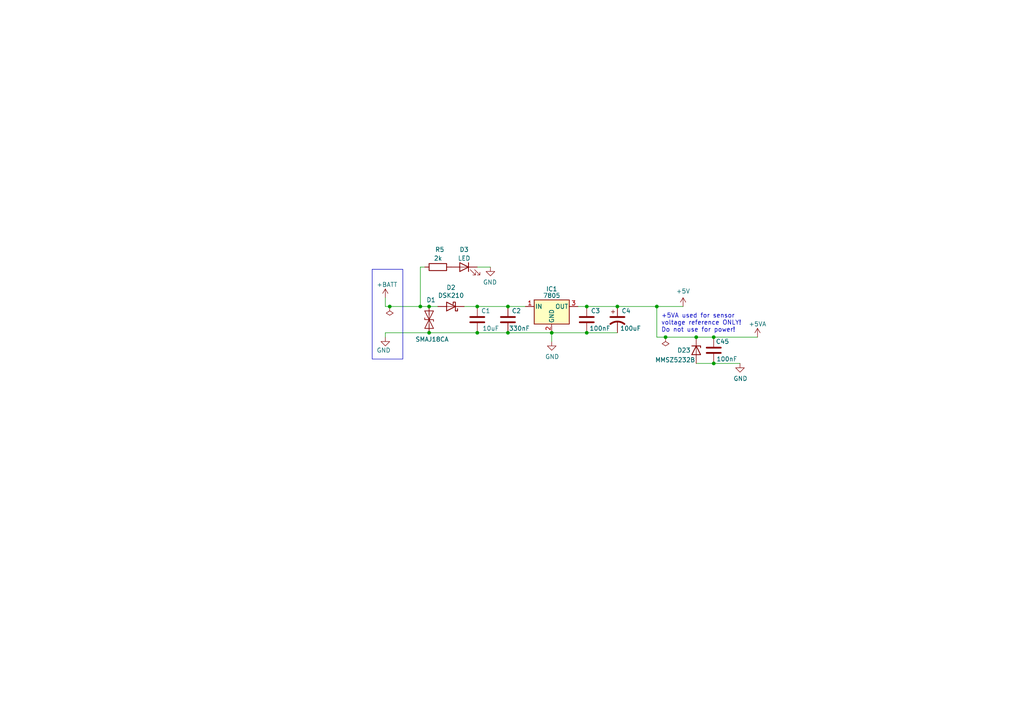
<source format=kicad_sch>
(kicad_sch (version 20250114) (generator "eeschema") (generator_version "9.0")
  (paper "A4")
  (title_block (title "Closed Deck X4") (date "2025-05-18") (rev "3") (company "OpenLogicEFI") (comment 1 "openlogicefi.com"))
  (lib_symbols
    (symbol "Device:C" (pin_numbers (hide yes)) (pin_names (offset 0.254))
      (property "Reference" "C" (at 0.635 2.54 0))
      (property "Value" "C" (at 0.635 -2.54 0))
      (symbol "C_0_1"
        (polyline (pts (xy -2.032 0.762) (xy 2.032 0.762)) (stroke (width 0.508)))
        (polyline (pts (xy -2.032 -0.762) (xy 2.032 -0.762)) (stroke (width 0.508)))
      )
      (symbol "C_1_1"
        (pin passive line (at 0 3.81 270) (length 2.794) (name "~") (number "1"))
        (pin passive line (at 0 -3.81 90) (length 2.794) (name "~") (number "2"))
      )
    )
    (symbol "Device:C_Polarized_US" (pin_numbers (hide yes)) (pin_names (offset 0.254) (hide yes))
      (property "Reference" "C" (at 0.635 2.54 0))
      (property "Value" "C_Polarized_US" (at 0.635 -2.54 0))
      (symbol "C_Polarized_US_0_1"
        (polyline (pts (xy -2.032 0.762) (xy 2.032 0.762)) (stroke (width 0.508)))
        (polyline (pts (xy -1.778 2.286) (xy -0.762 2.286)))
        (polyline (pts (xy -1.27 1.778) (xy -1.27 2.794)))
        (arc (start -2.032 -1.27) (mid 0 -0.5572) (end 2.032 -1.27) (stroke (width 0.508)))
      )
      (symbol "C_Polarized_US_1_1"
        (pin passive line (at 0 3.81 270) (length 2.794) (name "~") (number "1"))
        (pin passive line (at 0 -3.81 90) (length 3.302) (name "~") (number "2"))
      )
    )
    (symbol "Device:D_Schottky" (pin_numbers (hide yes)) (pin_names (offset 1.016) (hide yes))
      (property "Reference" "D" (at 0 2.54 0))
      (property "Value" "D_Schottky" (at 0 -2.54 0))
      (symbol "D_Schottky_0_1"
        (polyline (pts (xy -1.905 0.635) (xy -1.905 1.27) (xy -1.27 1.27) (xy -1.27 -1.27) (xy -0.635 -1.27) (xy -0.635 -0.635)) (stroke (width 0.254)))
        (polyline (pts (xy 1.27 1.27) (xy 1.27 -1.27) (xy -1.27 0) (xy 1.27 1.27)) (stroke (width 0.254)))
        (polyline (pts (xy 1.27 0) (xy -1.27 0)))
      )
      (symbol "D_Schottky_1_1"
        (pin passive line (at -3.81 0 0) (length 2.54) (name "K") (number "1"))
        (pin passive line (at 3.81 0 180) (length 2.54) (name "A") (number "2"))
      )
    )
    (symbol "Device:D_Zener" (pin_numbers (hide yes)) (pin_names (offset 1.016) (hide yes))
      (property "Reference" "D" (at 0 2.54 0))
      (property "Value" "D_Zener" (at 0 -2.54 0))
      (symbol "D_Zener_0_1"
        (polyline (pts (xy -1.27 -1.27) (xy -1.27 1.27) (xy -0.762 1.27)) (stroke (width 0.254)))
        (polyline (pts (xy 1.27 0) (xy -1.27 0)))
        (polyline (pts (xy 1.27 -1.27) (xy 1.27 1.27) (xy -1.27 0) (xy 1.27 -1.27)) (stroke (width 0.254)))
      )
      (symbol "D_Zener_1_1"
        (pin passive line (at -3.81 0 0) (length 2.54) (name "K") (number "1"))
        (pin passive line (at 3.81 0 180) (length 2.54) (name "A") (number "2"))
      )
    )
    (symbol "Device:LED" (pin_numbers (hide yes)) (pin_names (offset 1.016) (hide yes))
      (property "Reference" "D" (at 0 2.54 0))
      (property "Value" "LED" (at 0 -2.54 0))
      (symbol "LED_0_1"
        (polyline (pts (xy -3.048 -0.762) (xy -4.572 -2.286) (xy -3.81 -2.286) (xy -4.572 -2.286) (xy -4.572 -1.524)))
        (polyline (pts (xy -1.778 -0.762) (xy -3.302 -2.286) (xy -2.54 -2.286) (xy -3.302 -2.286) (xy -3.302 -1.524)))
        (polyline (pts (xy -1.27 0) (xy 1.27 0)))
        (polyline (pts (xy -1.27 -1.27) (xy -1.27 1.27)) (stroke (width 0.254)))
        (polyline (pts (xy 1.27 -1.27) (xy 1.27 1.27) (xy -1.27 0) (xy 1.27 -1.27)) (stroke (width 0.254)))
      )
      (symbol "LED_1_1"
        (pin passive line (at -3.81 0 0) (length 2.54) (name "K") (number "1"))
        (pin passive line (at 3.81 0 180) (length 2.54) (name "A") (number "2"))
      )
    )
    (symbol "Device:R" (pin_numbers (hide yes)) (pin_names (offset 0))
      (property "Reference" "R" (at 2.032 0 90))
      (property "Value" "R" (at 0 0 90))
      (symbol "R_0_1"
        (rectangle (start -1.016 -2.54) (end 1.016 2.54) (stroke (width 0.254)))
      )
      (symbol "R_1_1"
        (pin passive line (at 0 3.81 270) (length 1.27) (name "~") (number "1"))
        (pin passive line (at 0 -3.81 90) (length 1.27) (name "~") (number "2"))
      )
    )
    (symbol "Diode:SMAJ33CA" (pin_numbers (hide yes)) (pin_names (offset 1.016) (hide yes))
      (property "Reference" "D" (at 0 2.54 0))
      (property "Value" "SMAJ33CA" (at 0 -2.54 0))
      (symbol "SMAJ33CA_0_1"
        (polyline (pts (xy -2.54 -1.27) (xy 0 0) (xy -2.54 1.27) (xy -2.54 -1.27)) (stroke (width 0.2032)))
        (polyline (pts (xy 0.508 1.27) (xy 0 1.27) (xy 0 -1.27) (xy -0.508 -1.27)) (stroke (width 0.2032)))
        (polyline (pts (xy 1.27 0) (xy -1.27 0)))
        (polyline (pts (xy 2.54 1.27) (xy 2.54 -1.27) (xy 0 0) (xy 2.54 1.27)) (stroke (width 0.2032)))
      )
      (symbol "SMAJ33CA_1_1"
        (pin passive line (at -3.81 0 0) (length 2.54) (name "A1") (number "1"))
        (pin passive line (at 3.81 0 180) (length 2.54) (name "A2") (number "2"))
      )
    )
    (symbol "Regulator_Linear:L7805" (pin_names (offset 0.254))
      (property "Reference" "U" (at -3.81 3.175 0))
      (property "Value" "L7805" (at 0 3.175 0))
      (symbol "L7805_0_1"
        (rectangle (start -5.08 1.905) (end 5.08 -5.08) (stroke (width 0.254)) (fill (type background)))
      )
      (symbol "L7805_1_1"
        (pin power_in line (at -7.62 0 0) (length 2.54) (name "IN") (number "1"))
        (pin power_in line (at 0 -7.62 90) (length 2.54) (name "GND") (number "2"))
        (pin power_out line (at 7.62 0 180) (length 2.54) (name "OUT") (number "3"))
      )
    )
    (symbol "power:+5V" (power) (pin_names (offset 0))
      (property "Value" "+5V" (at 0 3.556 0))
      (symbol "+5V_0_1"
        (polyline (pts (xy -0.762 1.27) (xy 0 2.54)))
        (polyline (pts (xy 0 2.54) (xy 0.762 1.27)))
        (polyline (pts (xy 0 0) (xy 0 2.54)))
      )
      (symbol "+5V_1_1"
        (pin power_in line (at 0 0 90) (length 0) (hide yes) (name "+5V") (number "1"))
      )
    )
    (symbol "power:+5VA" (power) (pin_names (offset 0))
      (property "Value" "+5VA" (at 0 3.556 0))
      (symbol "+5VA_0_1"
        (polyline (pts (xy -0.762 1.27) (xy 0 2.54)))
        (polyline (pts (xy 0 2.54) (xy 0.762 1.27)))
        (polyline (pts (xy 0 0) (xy 0 2.54)))
      )
      (symbol "+5VA_1_1"
        (pin power_in line (at 0 0 90) (length 0) (hide yes) (name "+5VA") (number "1"))
      )
    )
    (symbol "power:+BATT" (power) (pin_names (offset 0))
      (property "Value" "+BATT" (at 0 3.556 0))
      (symbol "+BATT_0_1"
        (polyline (pts (xy -0.762 1.27) (xy 0 2.54)))
        (polyline (pts (xy 0 2.54) (xy 0.762 1.27)))
        (polyline (pts (xy 0 0) (xy 0 2.54)))
      )
      (symbol "+BATT_1_1"
        (pin power_in line (at 0 0 90) (length 0) (hide yes) (name "+BATT") (number "1"))
      )
    )
    (symbol "power:GND" (power) (pin_names (offset 0))
      (property "Value" "GND" (at 0 -3.81 0))
      (symbol "GND_0_1"
        (polyline (pts (xy 0 0) (xy 0 -1.27) (xy 1.27 -1.27) (xy 0 -2.54) (xy -1.27 -1.27) (xy 0 -1.27)))
      )
      (symbol "GND_1_1"
        (pin power_in line (at 0 0 270) (length 0) (hide yes) (name "GND") (number "1"))
      )
    )
    (symbol "power:PWR_FLAG" (power) (pin_numbers (hide yes)) (pin_names (offset 0) (hide yes))
      (property "Value" "PWR_FLAG" (at 0 3.81 0))
      (symbol "PWR_FLAG_0_0"
        (pin power_out line (at 0 0 90) (length 0) (name "pwr") (number "1"))
      )
      (symbol "PWR_FLAG_0_1"
        (polyline (pts (xy 0 0) (xy 0 1.27) (xy -1.016 1.905) (xy 0 2.54) (xy 1.016 1.905) (xy 0 1.27)))
      )
    )
  )
  (rectangle (start 107.95 78.105) (end 116.84 104.14))
  (text "+5VA used for sensor\nvoltage reference ONLY! \nDo not use for power!" (at 191.77 96.52 0) (effects (font (size 1.27 1.27)) (justify left bottom)))
  (junction (at 160.02 96.52))
  (junction (at 124.46 96.52))
  (junction (at 147.32 88.9))
  (junction (at 170.18 88.9))
  (junction (at 124.46 88.9))
  (junction (at 147.32 96.52))
  (junction (at 170.18 96.52))
  (junction (at 138.43 96.52))
  (junction (at 138.43 88.9))
  (junction (at 201.93 97.79))
  (junction (at 179.07 88.9))
  (junction (at 193.04 97.79))
  (junction (at 113.03 88.9))
  (junction (at 121.92 88.9))
  (junction (at 207.01 105.41))
  (junction (at 207.01 97.79))
  (junction (at 190.5 88.9))
  (wire (pts (xy 207.01 97.79) (xy 219.71 97.79)))
  (wire (pts (xy 138.43 88.9) (xy 147.32 88.9)))
  (wire (pts (xy 170.18 88.9) (xy 179.07 88.9)))
  (wire (pts (xy 142.24 77.47) (xy 138.43 77.47)))
  (wire (pts (xy 170.18 96.52) (xy 179.07 96.52)))
  (wire (pts (xy 190.5 88.9) (xy 190.5 97.79)))
  (wire (pts (xy 134.62 88.9) (xy 138.43 88.9)))
  (wire (pts (xy 121.92 77.47) (xy 121.92 88.9)))
  (wire (pts (xy 201.93 105.41) (xy 207.01 105.41)))
  (wire (pts (xy 111.76 86.36) (xy 111.76 88.9)))
  (wire (pts (xy 167.64 88.9) (xy 170.18 88.9)))
  (wire (pts (xy 138.43 96.52) (xy 147.32 96.52)))
  (wire (pts (xy 124.46 96.52) (xy 138.43 96.52)))
  (wire (pts (xy 111.76 88.9) (xy 113.03 88.9)))
  (wire (pts (xy 147.32 88.9) (xy 152.4 88.9)))
  (wire (pts (xy 193.04 97.79) (xy 190.5 97.79)))
  (wire (pts (xy 113.03 88.9) (xy 121.92 88.9)))
  (wire (pts (xy 160.02 96.52) (xy 170.18 96.52)))
  (wire (pts (xy 147.32 96.52) (xy 160.02 96.52)))
  (wire (pts (xy 111.76 96.52) (xy 124.46 96.52)))
  (wire (pts (xy 207.01 105.41) (xy 214.63 105.41)))
  (wire (pts (xy 193.04 97.79) (xy 201.93 97.79)))
  (wire (pts (xy 123.19 77.47) (xy 121.92 77.47)))
  (wire (pts (xy 201.93 97.79) (xy 207.01 97.79)))
  (wire (pts (xy 160.02 99.06) (xy 160.02 96.52)))
  (wire (pts (xy 124.46 88.9) (xy 127 88.9)))
  (wire (pts (xy 121.92 88.9) (xy 124.46 88.9)))
  (wire (pts (xy 111.76 97.79) (xy 111.76 96.52)))
  (wire (pts (xy 179.07 88.9) (xy 190.5 88.9)))
  (wire (pts (xy 190.5 88.9) (xy 198.12 88.9)))
  (symbol (lib_id "power:GND") (at 160.02 99.06 0) (unit 1)
    (property "Reference" "#PWR020" (effects (hide yes)))
    (property "Value" "GND" (at 160.147 103.4542 0))
  )
  (symbol (lib_id "power:+5VA") (at 219.71 97.79 0) (unit 1)
    (property "Reference" "#PWR08" (effects (hide yes)))
    (property "Value" "+5VA" (at 219.71 93.98 0))
  )
  (symbol (lib_id "Device:C") (at 207.01 101.6 0) (unit 1)
    (property "Reference" "C45" (at 209.55 99.06 0))
    (property "Value" "100nF" (at 210.82 104.14 0))
    (property "Footprint" "Capacitor_SMD:C_0805_2012Metric" (effects (hide yes)))
    (property "Description" "Unpolarized capacitor" (effects (hide yes)))
    (property "LCSC" "C49678" (effects (hide yes)))
    (property "Manufacture Part Number" "CC0805KRX7R9BB104" (effects (hide yes)))
  )
  (symbol (lib_id "power:GND") (at 111.76 97.79 0) (mirror y) (unit 1)
    (property "Reference" "#PWR011" (effects (hide yes)))
    (property "Value" "GND" (at 109.22 101.6 0) (effects (justify right)))
  )
  (symbol (lib_id "Regulator_Linear:L7805") (at 160.02 88.9 0) (unit 1)
    (property "Reference" "IC1" (at 160.02 83.82 0))
    (property "Value" "7805" (at 160.02 85.725 0))
    (property "Footprint" "Detonation:TO-220-SmallHeatSink" (effects (hide yes)))
    (property "Datasheet" "https://wmsc.lcsc.com/wmsc/upload/file/pdf/v2/lcsc/2307281528_STMicroelectronics-L78M05ABDT-TR_C58069.pdf" (effects (hide yes)))
    (property "Description" "62dB@(120Hz) 500mA Fixed 5V Positive electrode 35V TO-252-2(DPAK) Linear Voltage Regulators (LDO) ROHS" (effects (hide yes)))
    (property "LCSC" "C58069" (effects (hide yes)))
    (property "Manufacture Part Number" "L78M05ABDT-TR " (effects (hide yes)))
  )
  (symbol (lib_id "power:GND") (at 142.24 77.47 0) (mirror y) (unit 1)
    (property "Reference" "#PWR0110" (effects (hide yes)))
    (property "Value" "GND" (at 142.113 81.8642 0))
  )
  (symbol (lib_id "Diode:SMAJ33CA") (at 124.46 92.71 90) (unit 1)
    (property "Reference" "D1" (at 126.365 86.995 90) (effects (justify left)))
    (property "Value" "SMAJ18CA" (at 130.175 98.425 90) (effects (justify left)))
    (property "Footprint" "Diode_SMD:D_SMA" (effects (hide yes)))
    (property "Datasheet" "https://www.littelfuse.com/media?resourcetype=datasheets&itemid=75e32973-b177-4ee3-a0ff-cedaf1abdb93&filename=smaj-datasheet" (effects (hide yes)))
    (property "LCSC" "C19077539" (effects (hide yes)))
    (property "Manufacture Part Number" "SMAJ18CA" (effects (hide yes)))
  )
  (symbol (lib_id "Device:R") (at 127 77.47 270) (unit 1)
    (property "Reference" "R5" (at 128.905 72.39 90) (effects (justify right)))
    (property "Value" "2k" (at 128.27 74.93 90) (effects (justify right)))
    (property "Footprint" "Resistor_SMD:R_0402_1005Metric" (effects (hide yes)))
    (property "Description" "Resistor" (effects (hide yes)))
    (property "LCSC" "C4109" (effects (hide yes)))
    (property "Manufacture Part Number" "0402WGF2001TCE" (effects (hide yes)))
  )
  (symbol (lib_id "Device:C") (at 170.18 92.71 0) (unit 1)
    (property "Reference" "C3" (at 172.72 90.17 0))
    (property "Value" "100nF" (at 173.99 95.25 0))
    (property "Footprint" "Capacitor_SMD:C_0805_2012Metric" (effects (hide yes)))
    (property "Description" "Unpolarized capacitor" (effects (hide yes)))
    (property "LCSC" "C49678" (effects (hide yes)))
    (property "Manufacture Part Number" "CC0805KRX7R9BB104" (effects (hide yes)))
  )
  (symbol (lib_id "Device:D_Zener") (at 201.93 101.6 270) (unit 1)
    (property "Reference" "D23" (at 198.374 101.6 90))
    (property "Value" "MMSZ5232B" (at 195.834 104.394 90))
    (property "Footprint" "Diode_SMD:D_SOD-123" (effects (hide yes)))
    (property "Description" "Zener diode" (effects (hide yes)))
    (property "LCSC" "C19077423" (effects (hide yes)))
  )
  (symbol (lib_id "Device:D_Schottky") (at 130.81 88.9 180) (unit 1)
    (property "Reference" "D2" (at 130.81 83.3882 0))
    (property "Value" "DSK210" (at 130.81 85.6996 0))
    (property "Footprint" "Diode_SMD:D_SOD-123F" (effects (hide yes)))
    (property "LCSC" "C7502713" (effects (hide yes)))
    (property "Manufacture Part Number" "SS34" (effects (hide yes)))
  )
  (symbol (lib_id "Device:C") (at 147.32 92.71 0) (unit 1)
    (property "Reference" "C2" (at 151.13 90.17 0) (effects (justify right)))
    (property "Value" "330nF" (at 153.67 95.25 0) (effects (justify right)))
    (property "Footprint" "Capacitor_SMD:C_0805_2012Metric" (effects (hide yes)))
    (property "Description" "Unpolarized capacitor" (effects (hide yes)))
    (property "LCSC" "C1740" (effects (hide yes)))
    (property "Manufacture Part Number" "0805B334K500NT" (effects (hide yes)))
  )
  (symbol (lib_id "Device:C") (at 138.43 92.71 0) (unit 1)
    (property "Reference" "C1" (at 142.24 90.17 0) (effects (justify right)))
    (property "Value" "10uF" (at 144.78 95.25 0) (effects (justify right)))
    (property "Footprint" "Capacitor_SMD:C_1206_3216Metric" (effects (hide yes)))
    (property "Manufacture Part Number" "CL31A106KBHNNNE" (effects (hide yes)))
    (property "LCSC" "C13585" (effects (hide yes)))
  )
  (symbol (lib_id "power:GND") (at 214.63 105.41 0) (unit 1)
    (property "Reference" "#PWR0106" (effects (hide yes)))
    (property "Value" "GND" (at 214.757 109.8042 0))
  )
  (symbol (lib_id "power:+5V") (at 198.12 88.9 0) (unit 1)
    (property "Reference" "#PWR021" (effects (hide yes)))
    (property "Value" "+5V" (at 198.12 84.455 0))
  )
  (symbol (lib_id "Device:LED") (at 134.62 77.47 0) (mirror y) (unit 1)
    (property "Reference" "D3" (at 134.62 72.39 0))
    (property "Value" "LED" (at 134.62 74.93 0))
    (property "Footprint" "LED_SMD:LED_0603_1608Metric" (effects (hide yes)))
    (property "Description" "Light emitting diode" (effects (hide yes)))
    (property "LCSC" "C2286" (effects (hide yes)))
    (property "Manufacture Part Number" "KT-0603R" (effects (hide yes)))
  )
  (symbol (lib_id "power:+BATT") (at 111.76 86.36 0) (unit 1)
    (property "Reference" "#PWR06" (effects (hide yes)))
    (property "Value" "+BATT" (at 109.22 82.55 0) (effects (justify left)))
  )
  (symbol (lib_id "power:PWR_FLAG") (at 113.03 88.9 180) (unit 1)
    (property "Reference" "#FLG06" (effects (hide yes)))
    (property "Value" "PWR_FLAG" (effects (hide yes)))
  )
  (symbol (lib_id "power:PWR_FLAG") (at 193.04 97.79 180) (unit 1)
    (property "Reference" "#FLG03" (effects (hide yes)))
    (property "Value" "PWR_FLAG" (effects (hide yes)))
  )
  (symbol (lib_id "Device:C_Polarized_US") (at 179.07 92.71 0) (unit 1)
    (property "Reference" "C4" (at 181.61 90.17 0))
    (property "Value" "100uF" (at 182.88 95.25 0))
    (property "Footprint" "Capacitor_Tantalum_SMD:CP_EIA-3528-15_AVX-H" (effects (hide yes)))
    (property "Description" "Polarized capacitor, US symbol" (effects (hide yes)))
    (property "LCSC" "C16133" (effects (hide yes)))
    (property "Manufacture Part Number" "TAJB107K006RNJ" (effects (hide yes)))
  )
)
</source>
